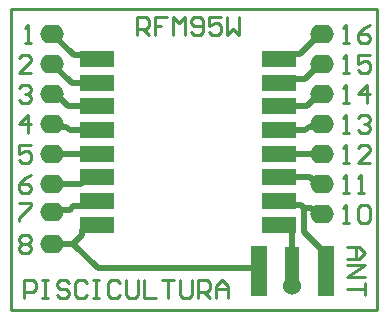
<source format=gtl>
%FSDAX23Y23*%
%MOIN*%
%SFA1B1*%

%IPPOS*%
%ADD15R,0.050000X0.142000*%
%ADD16R,0.053000X0.165000*%
%ADD17R,0.118000X0.055000*%
%ADD18C,0.010000*%
%ADD19C,0.020000*%
%ADD20O,0.079000X0.063000*%
%ADD21C,0.060000*%
%LNrfm95w-1*%
%LPD*%
G54D15*
X00939Y00138D03*
G54D16*
X01051Y00130D03*
X00828D03*
G54D17*
X00893Y00835D03*
Y00756D03*
Y00678D03*
Y00599D03*
Y00520D03*
Y00442D03*
Y00363D03*
Y00284D03*
X00286D03*
Y00363D03*
Y00442D03*
Y00520D03*
Y00599D03*
Y00678D03*
Y00756D03*
Y00835D03*
G54D18*
X00000Y00000D02*
X01220D01*
X00000D02*
Y01004D01*
X01220*
Y00000D02*
Y01004D01*
X00045Y00041D02*
Y00101D01*
X00075*
X00085Y00091*
Y00071*
X00075Y00061*
X00045*
X00105Y00101D02*
X00125D01*
X00115*
Y00041*
X00105*
X00125*
X00195Y00091D02*
X00185Y00101D01*
X00165*
X00155Y00091*
Y00081*
X00165Y00071*
X00185*
X00195Y00061*
Y00051*
X00185Y00041*
X00165*
X00155Y00051*
X00255Y00091D02*
X00245Y00101D01*
X00225*
X00215Y00091*
Y00051*
X00225Y00041*
X00245*
X00255Y00051*
X00275Y00101D02*
X00295D01*
X00285*
Y00041*
X00275*
X00295*
X00365Y00091D02*
X00355Y00101D01*
X00335*
X00325Y00091*
Y00051*
X00335Y00041*
X00355*
X00365Y00051*
X00385Y00101D02*
Y00051D01*
X00395Y00041*
X00415*
X00425Y00051*
Y00101*
X00445D02*
Y00041D01*
X00485*
X00505Y00101D02*
X00545D01*
X00525*
Y00041*
X00565Y00101D02*
Y00051D01*
X00575Y00041*
X00595*
X00605Y00051*
Y00101*
X00625Y00041D02*
Y00101D01*
X00655*
X00665Y00091*
Y00071*
X00655Y00061*
X00625*
X00645D02*
X00665Y00041D01*
X00685D02*
Y00081D01*
X00705Y00101*
X00725Y00081*
Y00041*
Y00071*
X00685*
X00049Y00890D02*
X00069D01*
X00059*
Y00950*
X00049Y00940*
X00069Y00790D02*
X00029D01*
X00069Y00830*
Y00840*
X00059Y00850*
X00039*
X00029Y00840*
Y00740D02*
X00039Y00750D01*
X00059*
X00069Y00740*
Y00730*
X00059Y00720*
X00049*
X00059*
X00069Y00710*
Y00700*
X00059Y00690*
X00039*
X00029Y00700*
X00059Y00590D02*
Y00650D01*
X00029Y00620*
X00069*
Y00550D02*
X00029D01*
Y00520*
X00049Y00530*
X00059*
X00069Y00520*
Y00500*
X00059Y00490*
X00039*
X00029Y00500*
X00069Y00450D02*
X00049Y00440D01*
X00029Y00420*
Y00400*
X00039Y00390*
X00059*
X00069Y00400*
Y00410*
X00059Y00420*
X00029*
Y00355D02*
X00069D01*
Y00345*
X00029Y00305*
Y00295*
Y00240D02*
X00039Y00250D01*
X00059*
X00069Y00240*
Y00230*
X00059Y00220*
X00069Y00210*
Y00200*
X00059Y00190*
X00039*
X00029Y00200*
Y00210*
X00039Y00220*
X00029Y00230*
Y00240*
X00039Y00220D02*
X00059D01*
X01109Y00290D02*
X01129D01*
X01119*
Y00350*
X01109Y00340*
X01159D02*
X01169Y00350D01*
X01189*
X01199Y00340*
Y00300*
X01189Y00290*
X01169*
X01159Y00300*
Y00340*
X01109Y00390D02*
X01129D01*
X01119*
Y00450*
X01109Y00440*
X01159Y00390D02*
X01179D01*
X01169*
Y00450*
X01159Y00440*
X01109Y00490D02*
X01129D01*
X01119*
Y00550*
X01109Y00540*
X01199Y00490D02*
X01159D01*
X01199Y00530*
Y00540*
X01189Y00550*
X01169*
X01159Y00540*
X01109Y00590D02*
X01129D01*
X01119*
Y00650*
X01109Y00640*
X01159D02*
X01169Y00650D01*
X01189*
X01199Y00640*
Y00630*
X01189Y00620*
X01179*
X01189*
X01199Y00610*
Y00600*
X01189Y00590*
X01169*
X01159Y00600*
X01109Y00690D02*
X01129D01*
X01119*
Y00750*
X01109Y00740*
X01189Y00690D02*
Y00750D01*
X01159Y00720*
X01199*
X01109Y00790D02*
X01129D01*
X01119*
Y00850*
X01109Y00840*
X01199Y00850D02*
X01159D01*
Y00820*
X01179Y00830*
X01189*
X01199Y00820*
Y00800*
X01189Y00790*
X01169*
X01159Y00800*
X01109Y00890D02*
X01129D01*
X01119*
Y00950*
X01109Y00940*
X01199Y00950D02*
X01179Y00940D01*
X01159Y00920*
Y00900*
X01169Y00890*
X01189*
X01199Y00900*
Y00910*
X01189Y00920*
X01159*
X01120Y00210D02*
X01160D01*
X01180Y00190*
X01160Y00170*
X01120*
X01150*
Y00210*
X01120Y00150D02*
X01180D01*
X01120Y00110*
X01180*
Y00090D02*
Y00050D01*
Y00070*
X01120*
X00421Y00915D02*
Y00975D01*
X00451*
X00461Y00965*
Y00945*
X00451Y00935*
X00421*
X00441D02*
X00461Y00915D01*
X00521Y00975D02*
X00481D01*
Y00945*
X00501*
X00481*
Y00915*
X00541D02*
Y00975D01*
X00561Y00955*
X00581Y00975*
Y00915*
X00601Y00925D02*
X00611Y00915D01*
X00631*
X00641Y00925*
Y00965*
X00631Y00975*
X00611*
X00601Y00965*
Y00955*
X00611Y00945*
X00641*
X00701Y00975D02*
X00661D01*
Y00945*
X00681Y00955*
X00691*
X00701Y00945*
Y00925*
X00691Y00915*
X00671*
X00661Y00925*
X00721Y00975D02*
Y00915D01*
X00741Y00935*
X00760Y00915*
Y00975*
G54D19*
X00820Y00138D02*
X00828Y00130D01*
X00208Y00220D02*
X00290Y00138D01*
X00820*
X00147Y00332D02*
X00196D01*
X00209Y00345D02*
X00269D01*
X00196Y00332D02*
X00209Y00345D01*
X00139Y00325D02*
X00147Y00332D01*
X00185Y00611D02*
X00198Y00599D01*
X00255Y00284D02*
X00286D01*
X00237Y00266D02*
X00255Y00284D01*
X00269Y00345D02*
X00286Y00363D01*
X00255Y00442D02*
X00286D01*
X00233Y00420D02*
X00255Y00442D01*
X00286Y00520D02*
D01*
X00273Y00849D02*
X00286Y00835D01*
X00893Y00284D02*
X00922D01*
X00893Y00363D02*
X00906Y00350D01*
X00893Y00520D02*
D01*
Y00756D02*
X00905Y00769D01*
X00893Y00835D02*
X00910Y00853D01*
X00979Y00339D02*
X01001D01*
X00978Y00338D02*
X00979Y00339D01*
X00968Y00350D02*
X00979Y00339D01*
X00981Y00599D02*
X00993Y00611D01*
X01039Y00520D02*
D01*
X01031Y00611D02*
X01039Y00620D01*
X01031Y00820D02*
X01039D01*
X01031Y00920D02*
X01039D01*
X00237Y00248D02*
Y00266D01*
X00978Y00258D02*
Y00338D01*
X01051Y00130D02*
Y00186D01*
X00150Y00720D02*
X00192Y00678D01*
X00139Y00220D02*
X00208D01*
X00139Y00420D02*
X00233D01*
X00140Y00520D02*
X00286D01*
X00139D02*
X00140D01*
X00198Y00599D02*
X00286D01*
X00148Y00611D02*
X00185D01*
X00139Y00620D02*
X00148Y00611D01*
X00192Y00678D02*
X00286D01*
X00203Y00756D02*
X00286D01*
X00211Y00849D02*
X00273D01*
X00139Y00920D02*
D01*
X00922Y00284D02*
X00939Y00266D01*
X00906Y00350D02*
X00968D01*
X00910Y00853D02*
X00965D01*
X00998Y00442D02*
X01020Y00420D01*
X01039*
X00993Y00611D02*
X01031D01*
X00208Y00220D02*
X00237Y00248D01*
X00139Y00820D02*
X00203Y00756D01*
X00139Y00720D02*
X00150D01*
X00139Y00920D02*
X00211Y00849D01*
X00939Y00080D02*
Y00266D01*
X01020Y00320D02*
X01039D01*
X01001Y00339D02*
X01020Y00320D01*
X01029Y00720D02*
X01039D01*
X00893Y00442D02*
X00998D01*
X00893Y00520D02*
X01039D01*
X00893Y00599D02*
X00981D01*
X00893Y00678D02*
X00987D01*
X00905Y00769D02*
X00981D01*
X00978Y00258D02*
X01051Y00186D01*
X00965Y00853D02*
X01031Y00920D01*
X00981Y00769D02*
X01031Y00820D01*
X00987Y00678D02*
X01029Y00720D01*
G54D20*
X00139Y00920D03*
Y00620D03*
Y00325D03*
Y00420D03*
Y00720D03*
Y00520D03*
Y00220D03*
Y00820D03*
X01039Y00920D03*
Y00320D03*
Y00820D03*
Y00720D03*
Y00620D03*
Y00520D03*
Y00420D03*
G54D21*
X00939Y00078D03*
M02*
</source>
